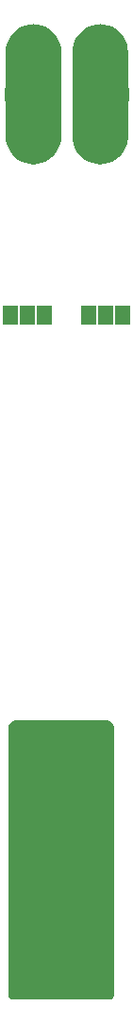
<source format=gbr>
G04 EAGLE Gerber RS-274X export*
G75*
%MOMM*%
%FSLAX34Y34*%
%LPD*%
%INSoldermask Top*%
%IPPOS*%
%AMOC8*
5,1,8,0,0,1.08239X$1,22.5*%
G01*
%ADD10R,1.371600X1.803400*%
%ADD11R,1.203200X1.203200*%

G36*
X107500Y2495D02*
X107500Y2495D01*
X107501Y2495D01*
X108613Y2620D01*
X108614Y2621D01*
X109671Y2990D01*
X109671Y2991D01*
X109672Y2991D01*
X110620Y3587D01*
X110621Y3587D01*
X111413Y4379D01*
X111413Y4380D01*
X112009Y5328D01*
X112009Y5329D01*
X112010Y5329D01*
X112379Y6386D01*
X112380Y6387D01*
X112380Y6390D01*
X112380Y6395D01*
X112381Y6395D01*
X112380Y6395D01*
X112383Y6420D01*
X112384Y6425D01*
X112384Y6430D01*
X112385Y6435D01*
X112386Y6440D01*
X112386Y6445D01*
X112387Y6449D01*
X112387Y6450D01*
X112387Y6454D01*
X112387Y6455D01*
X112390Y6479D01*
X112391Y6484D01*
X112391Y6489D01*
X112392Y6494D01*
X112392Y6499D01*
X112393Y6504D01*
X112393Y6509D01*
X112394Y6514D01*
X112394Y6519D01*
X112395Y6519D01*
X112394Y6519D01*
X112397Y6539D01*
X112397Y6544D01*
X112398Y6549D01*
X112398Y6554D01*
X112399Y6559D01*
X112400Y6564D01*
X112400Y6569D01*
X112401Y6574D01*
X112401Y6579D01*
X112403Y6599D01*
X112404Y6604D01*
X112405Y6608D01*
X112405Y6609D01*
X112405Y6613D01*
X112405Y6614D01*
X112406Y6618D01*
X112406Y6623D01*
X112407Y6628D01*
X112407Y6633D01*
X112408Y6638D01*
X112410Y6658D01*
X112411Y6663D01*
X112411Y6668D01*
X112412Y6673D01*
X112412Y6678D01*
X112413Y6683D01*
X112414Y6688D01*
X112414Y6693D01*
X112415Y6698D01*
X112417Y6718D01*
X112417Y6723D01*
X112418Y6728D01*
X112419Y6733D01*
X112419Y6738D01*
X112420Y6743D01*
X112420Y6748D01*
X112421Y6753D01*
X112421Y6758D01*
X112424Y6777D01*
X112424Y6782D01*
X112425Y6787D01*
X112425Y6792D01*
X112426Y6797D01*
X112426Y6802D01*
X112427Y6807D01*
X112428Y6812D01*
X112428Y6817D01*
X112430Y6837D01*
X112431Y6842D01*
X112431Y6847D01*
X112432Y6852D01*
X112433Y6857D01*
X112433Y6862D01*
X112434Y6867D01*
X112434Y6872D01*
X112435Y6877D01*
X112437Y6897D01*
X112438Y6902D01*
X112438Y6907D01*
X112439Y6912D01*
X112439Y6917D01*
X112440Y6922D01*
X112440Y6926D01*
X112440Y6927D01*
X112441Y6931D01*
X112441Y6932D01*
X112442Y6936D01*
X112444Y6956D01*
X112444Y6961D01*
X112445Y6966D01*
X112445Y6971D01*
X112446Y6976D01*
X112447Y6981D01*
X112447Y6986D01*
X112448Y6991D01*
X112448Y6996D01*
X112451Y7021D01*
X112452Y7026D01*
X112452Y7031D01*
X112453Y7036D01*
X112453Y7041D01*
X112454Y7046D01*
X112454Y7051D01*
X112455Y7056D01*
X112458Y7081D01*
X112458Y7085D01*
X112458Y7086D01*
X112459Y7090D01*
X112459Y7091D01*
X112459Y7095D01*
X112460Y7100D01*
X112461Y7105D01*
X112461Y7110D01*
X112462Y7115D01*
X112464Y7140D01*
X112465Y7145D01*
X112466Y7150D01*
X112466Y7155D01*
X112467Y7160D01*
X112467Y7165D01*
X112468Y7170D01*
X112468Y7175D01*
X112471Y7200D01*
X112472Y7205D01*
X112472Y7210D01*
X112473Y7215D01*
X112473Y7220D01*
X112474Y7225D01*
X112475Y7230D01*
X112475Y7235D01*
X112476Y7240D01*
X112478Y7259D01*
X112478Y7264D01*
X112479Y7269D01*
X112480Y7274D01*
X112480Y7279D01*
X112481Y7284D01*
X112481Y7289D01*
X112482Y7294D01*
X112482Y7299D01*
X112485Y7319D01*
X112485Y7324D01*
X112486Y7329D01*
X112486Y7334D01*
X112487Y7339D01*
X112487Y7344D01*
X112488Y7349D01*
X112489Y7354D01*
X112489Y7359D01*
X112491Y7379D01*
X112492Y7384D01*
X112492Y7389D01*
X112493Y7394D01*
X112494Y7399D01*
X112494Y7403D01*
X112494Y7404D01*
X112495Y7408D01*
X112495Y7409D01*
X112495Y7413D01*
X112496Y7418D01*
X112498Y7438D01*
X112499Y7443D01*
X112499Y7448D01*
X112500Y7453D01*
X112500Y7458D01*
X112501Y7463D01*
X112501Y7468D01*
X112502Y7473D01*
X112503Y7478D01*
X112505Y7498D01*
X112505Y7499D01*
X112505Y7500D01*
X112505Y245000D01*
X112505Y245001D01*
X112361Y246464D01*
X112360Y246464D01*
X112361Y246465D01*
X111934Y247872D01*
X111933Y247872D01*
X111934Y247872D01*
X111240Y249169D01*
X111240Y249170D01*
X110307Y250306D01*
X110307Y250307D01*
X110306Y250307D01*
X109170Y251240D01*
X109169Y251240D01*
X107872Y251934D01*
X107872Y251933D01*
X107872Y251934D01*
X106465Y252361D01*
X106464Y252360D01*
X106464Y252361D01*
X105001Y252505D01*
X105000Y252505D01*
X25000Y252505D01*
X23536Y252361D01*
X23536Y252360D01*
X23535Y252361D01*
X22128Y251934D01*
X22128Y251933D01*
X22128Y251934D01*
X20831Y251240D01*
X20830Y251240D01*
X19694Y250307D01*
X19693Y250307D01*
X19693Y250306D01*
X18760Y249170D01*
X18760Y249169D01*
X18067Y247872D01*
X18066Y247872D01*
X17639Y246465D01*
X17640Y246464D01*
X17639Y246464D01*
X17495Y245001D01*
X17495Y245000D01*
X17495Y7500D01*
X17495Y7499D01*
X17620Y6387D01*
X17621Y6386D01*
X17990Y5329D01*
X17991Y5329D01*
X17991Y5328D01*
X18587Y4380D01*
X18587Y4379D01*
X19379Y3587D01*
X19380Y3587D01*
X20328Y2991D01*
X20329Y2991D01*
X20329Y2990D01*
X21386Y2621D01*
X21387Y2620D01*
X22499Y2495D01*
X22500Y2495D01*
X107500Y2495D01*
X107500Y2495D01*
G37*
G36*
X103558Y750050D02*
X103558Y750050D01*
X103559Y750050D01*
X107044Y750808D01*
X107045Y750808D01*
X110387Y752055D01*
X110388Y752055D01*
X113518Y753764D01*
X113519Y753765D01*
X116375Y755902D01*
X116375Y755903D01*
X118897Y758425D01*
X118898Y758425D01*
X121035Y761281D01*
X121035Y761282D01*
X121036Y761282D01*
X122745Y764412D01*
X122745Y764413D01*
X123992Y767755D01*
X123992Y767756D01*
X124750Y771241D01*
X124750Y771242D01*
X124751Y771242D01*
X124753Y771274D01*
X124754Y771289D01*
X124756Y771314D01*
X124757Y771329D01*
X124760Y771369D01*
X124762Y771408D01*
X124765Y771448D01*
X124768Y771488D01*
X124771Y771528D01*
X124772Y771543D01*
X124775Y771582D01*
X124778Y771622D01*
X124781Y771662D01*
X124783Y771702D01*
X124786Y771741D01*
X124787Y771756D01*
X124790Y771796D01*
X124793Y771836D01*
X124796Y771875D01*
X124796Y771876D01*
X124799Y771915D01*
X124802Y771955D01*
X124803Y771970D01*
X124805Y772010D01*
X124808Y772049D01*
X124811Y772089D01*
X124814Y772129D01*
X124817Y772169D01*
X124818Y772184D01*
X124821Y772223D01*
X124824Y772263D01*
X124826Y772303D01*
X124829Y772343D01*
X124832Y772382D01*
X124833Y772397D01*
X124836Y772437D01*
X124839Y772477D01*
X124842Y772516D01*
X124842Y772517D01*
X124845Y772556D01*
X124847Y772596D01*
X124848Y772611D01*
X124851Y772651D01*
X124854Y772690D01*
X124857Y772730D01*
X124860Y772770D01*
X124863Y772810D01*
X124864Y772825D01*
X124867Y772864D01*
X124869Y772904D01*
X124872Y772944D01*
X124875Y772984D01*
X124878Y773023D01*
X124879Y773038D01*
X124882Y773078D01*
X124885Y773118D01*
X124888Y773157D01*
X124890Y773197D01*
X124893Y773237D01*
X124894Y773252D01*
X124897Y773292D01*
X124900Y773331D01*
X124903Y773371D01*
X124906Y773411D01*
X124908Y773451D01*
X124909Y773451D01*
X124908Y773451D01*
X124910Y773466D01*
X124912Y773505D01*
X124915Y773545D01*
X124918Y773585D01*
X124921Y773624D01*
X124921Y773625D01*
X124924Y773664D01*
X124925Y773679D01*
X124928Y773719D01*
X124931Y773759D01*
X124933Y773798D01*
X124936Y773838D01*
X124939Y773878D01*
X124940Y773893D01*
X124943Y773933D01*
X124946Y773972D01*
X124949Y774012D01*
X124951Y774052D01*
X124952Y774052D01*
X124951Y774052D01*
X124954Y774092D01*
X124955Y774106D01*
X124955Y774107D01*
X124958Y774146D01*
X124961Y774186D01*
X124964Y774226D01*
X124967Y774265D01*
X124967Y774266D01*
X124970Y774305D01*
X124971Y774320D01*
X124974Y774360D01*
X124976Y774400D01*
X124979Y774439D01*
X124982Y774479D01*
X124985Y774519D01*
X124986Y774534D01*
X124989Y774574D01*
X124992Y774613D01*
X124994Y774653D01*
X124995Y774653D01*
X124994Y774653D01*
X124997Y774693D01*
X125000Y774733D01*
X125001Y774747D01*
X125004Y774787D01*
X125005Y774800D01*
X125005Y850200D01*
X124751Y853758D01*
X124750Y853759D01*
X123992Y857244D01*
X123992Y857245D01*
X122745Y860587D01*
X122745Y860588D01*
X121036Y863718D01*
X121035Y863719D01*
X118898Y866575D01*
X118897Y866575D01*
X116375Y869097D01*
X116375Y869098D01*
X113519Y871235D01*
X113518Y871236D01*
X110388Y872945D01*
X110387Y872945D01*
X107045Y874192D01*
X107044Y874192D01*
X103559Y874950D01*
X103558Y874950D01*
X103558Y874951D01*
X103525Y874953D01*
X103456Y874958D01*
X103386Y874963D01*
X103317Y874968D01*
X103247Y874973D01*
X103178Y874978D01*
X103108Y874983D01*
X103039Y874988D01*
X102969Y874993D01*
X102900Y874998D01*
X102830Y875003D01*
X102761Y875008D01*
X102691Y875013D01*
X102622Y875017D01*
X102553Y875022D01*
X102552Y875022D01*
X102483Y875027D01*
X102414Y875032D01*
X102413Y875032D01*
X102344Y875037D01*
X102275Y875042D01*
X102205Y875047D01*
X102136Y875052D01*
X102066Y875057D01*
X101997Y875062D01*
X101927Y875067D01*
X101858Y875072D01*
X101788Y875077D01*
X101719Y875082D01*
X101649Y875087D01*
X101580Y875092D01*
X101510Y875097D01*
X101441Y875102D01*
X101372Y875107D01*
X101371Y875107D01*
X101302Y875112D01*
X101233Y875117D01*
X101232Y875117D01*
X101163Y875122D01*
X101094Y875127D01*
X101024Y875132D01*
X100955Y875137D01*
X100885Y875142D01*
X100816Y875147D01*
X100746Y875152D01*
X100677Y875157D01*
X100607Y875162D01*
X100538Y875167D01*
X100468Y875172D01*
X100399Y875176D01*
X100329Y875181D01*
X100260Y875186D01*
X100190Y875191D01*
X100121Y875196D01*
X100052Y875201D01*
X100051Y875201D01*
X100000Y875205D01*
X99949Y875201D01*
X99948Y875201D01*
X99879Y875196D01*
X99810Y875191D01*
X99740Y875186D01*
X99671Y875181D01*
X99601Y875176D01*
X99532Y875172D01*
X99462Y875167D01*
X99393Y875162D01*
X99323Y875157D01*
X99254Y875152D01*
X99184Y875147D01*
X99115Y875142D01*
X99045Y875137D01*
X98976Y875132D01*
X98906Y875127D01*
X98837Y875122D01*
X98768Y875117D01*
X98767Y875117D01*
X98698Y875112D01*
X98629Y875107D01*
X98628Y875107D01*
X98559Y875102D01*
X98490Y875097D01*
X98420Y875092D01*
X98351Y875087D01*
X98281Y875082D01*
X98212Y875077D01*
X98142Y875072D01*
X98073Y875067D01*
X98003Y875062D01*
X97934Y875057D01*
X97864Y875052D01*
X97795Y875047D01*
X97725Y875042D01*
X97656Y875037D01*
X97587Y875032D01*
X97586Y875032D01*
X97517Y875027D01*
X97448Y875022D01*
X97447Y875022D01*
X97378Y875017D01*
X97309Y875013D01*
X97239Y875008D01*
X97170Y875003D01*
X97100Y874998D01*
X97031Y874993D01*
X96961Y874988D01*
X96892Y874983D01*
X96822Y874978D01*
X96753Y874973D01*
X96683Y874968D01*
X96614Y874963D01*
X96544Y874958D01*
X96475Y874953D01*
X96442Y874951D01*
X96441Y874950D01*
X92956Y874192D01*
X92955Y874192D01*
X89613Y872945D01*
X89612Y872945D01*
X86482Y871236D01*
X86481Y871235D01*
X83625Y869098D01*
X83625Y869097D01*
X81103Y866575D01*
X81102Y866575D01*
X78965Y863719D01*
X78964Y863718D01*
X77255Y860588D01*
X77255Y860587D01*
X76008Y857245D01*
X76008Y857244D01*
X75250Y853759D01*
X75250Y853758D01*
X75248Y853742D01*
X75246Y853702D01*
X75245Y853702D01*
X75246Y853702D01*
X75244Y853687D01*
X75243Y853662D01*
X75242Y853647D01*
X75239Y853608D01*
X75236Y853568D01*
X75233Y853528D01*
X75230Y853489D01*
X75230Y853488D01*
X75227Y853449D01*
X75226Y853434D01*
X75223Y853394D01*
X75221Y853354D01*
X75218Y853315D01*
X75215Y853275D01*
X75212Y853235D01*
X75211Y853220D01*
X75208Y853180D01*
X75205Y853141D01*
X75203Y853101D01*
X75202Y853101D01*
X75203Y853101D01*
X75200Y853061D01*
X75197Y853021D01*
X75196Y853007D01*
X75196Y853006D01*
X75193Y852967D01*
X75190Y852927D01*
X75187Y852887D01*
X75184Y852848D01*
X75184Y852847D01*
X75182Y852808D01*
X75180Y852793D01*
X75178Y852753D01*
X75175Y852713D01*
X75172Y852674D01*
X75169Y852634D01*
X75166Y852594D01*
X75165Y852579D01*
X75162Y852539D01*
X75160Y852500D01*
X75159Y852500D01*
X75160Y852500D01*
X75157Y852460D01*
X75154Y852420D01*
X75151Y852380D01*
X75150Y852366D01*
X75147Y852326D01*
X75144Y852286D01*
X75141Y852246D01*
X75139Y852207D01*
X75136Y852167D01*
X75135Y852152D01*
X75132Y852112D01*
X75129Y852072D01*
X75126Y852033D01*
X75123Y851993D01*
X75120Y851953D01*
X75119Y851938D01*
X75117Y851899D01*
X75116Y851898D01*
X75117Y851898D01*
X75114Y851859D01*
X75111Y851819D01*
X75108Y851779D01*
X75105Y851740D01*
X75105Y851739D01*
X75104Y851725D01*
X75101Y851685D01*
X75098Y851645D01*
X75096Y851605D01*
X75093Y851566D01*
X75090Y851526D01*
X75089Y851511D01*
X75086Y851471D01*
X75083Y851431D01*
X75080Y851392D01*
X75077Y851352D01*
X75075Y851312D01*
X75074Y851297D01*
X75073Y851297D01*
X75071Y851258D01*
X75071Y851257D01*
X75068Y851218D01*
X75065Y851178D01*
X75062Y851138D01*
X75059Y851099D01*
X75059Y851098D01*
X75058Y851084D01*
X75055Y851044D01*
X75053Y851004D01*
X75050Y850964D01*
X75047Y850925D01*
X75044Y850885D01*
X75043Y850870D01*
X75040Y850830D01*
X75037Y850790D01*
X75034Y850751D01*
X75032Y850711D01*
X75029Y850671D01*
X75028Y850656D01*
X75025Y850617D01*
X75022Y850577D01*
X75019Y850537D01*
X75016Y850497D01*
X75013Y850458D01*
X75012Y850443D01*
X75010Y850403D01*
X75007Y850363D01*
X75004Y850323D01*
X75001Y850284D01*
X74998Y850244D01*
X74997Y850229D01*
X74995Y850200D01*
X74995Y774800D01*
X75250Y771242D01*
X75250Y771241D01*
X76008Y767756D01*
X76008Y767755D01*
X77255Y764413D01*
X77255Y764412D01*
X78964Y761282D01*
X78965Y761281D01*
X81102Y758425D01*
X81103Y758425D01*
X83625Y755903D01*
X83625Y755902D01*
X86481Y753765D01*
X86482Y753765D01*
X86482Y753764D01*
X89612Y752055D01*
X89613Y752055D01*
X92955Y750808D01*
X92956Y750808D01*
X96441Y750050D01*
X96442Y750050D01*
X100000Y749795D01*
X103558Y750050D01*
G37*
G36*
X43558Y750050D02*
X43558Y750050D01*
X43559Y750050D01*
X47044Y750808D01*
X47045Y750808D01*
X50387Y752055D01*
X50388Y752055D01*
X53518Y753764D01*
X53519Y753765D01*
X56375Y755902D01*
X56375Y755903D01*
X58897Y758425D01*
X58898Y758425D01*
X61035Y761281D01*
X61035Y761282D01*
X61036Y761282D01*
X62745Y764412D01*
X62745Y764413D01*
X63992Y767755D01*
X63992Y767756D01*
X64750Y771241D01*
X64750Y771242D01*
X64751Y771242D01*
X64753Y771274D01*
X64754Y771289D01*
X64756Y771314D01*
X64757Y771329D01*
X64760Y771369D01*
X64762Y771408D01*
X64765Y771448D01*
X64768Y771488D01*
X64771Y771528D01*
X64772Y771543D01*
X64775Y771582D01*
X64778Y771622D01*
X64781Y771662D01*
X64783Y771702D01*
X64786Y771741D01*
X64787Y771756D01*
X64790Y771796D01*
X64793Y771836D01*
X64796Y771875D01*
X64796Y771876D01*
X64799Y771915D01*
X64802Y771955D01*
X64803Y771970D01*
X64805Y772010D01*
X64808Y772049D01*
X64811Y772089D01*
X64814Y772129D01*
X64817Y772169D01*
X64818Y772184D01*
X64821Y772223D01*
X64824Y772263D01*
X64826Y772303D01*
X64829Y772343D01*
X64832Y772382D01*
X64833Y772397D01*
X64836Y772437D01*
X64839Y772477D01*
X64842Y772516D01*
X64842Y772517D01*
X64845Y772556D01*
X64847Y772596D01*
X64848Y772611D01*
X64851Y772651D01*
X64854Y772690D01*
X64857Y772730D01*
X64860Y772770D01*
X64863Y772810D01*
X64864Y772825D01*
X64867Y772864D01*
X64869Y772904D01*
X64872Y772944D01*
X64875Y772984D01*
X64878Y773023D01*
X64879Y773038D01*
X64882Y773078D01*
X64885Y773118D01*
X64888Y773157D01*
X64890Y773197D01*
X64893Y773237D01*
X64894Y773252D01*
X64897Y773292D01*
X64900Y773331D01*
X64903Y773371D01*
X64906Y773411D01*
X64908Y773451D01*
X64909Y773451D01*
X64908Y773451D01*
X64910Y773466D01*
X64912Y773505D01*
X64915Y773545D01*
X64918Y773585D01*
X64921Y773624D01*
X64921Y773625D01*
X64924Y773664D01*
X64925Y773679D01*
X64928Y773719D01*
X64931Y773759D01*
X64933Y773798D01*
X64936Y773838D01*
X64939Y773878D01*
X64940Y773893D01*
X64943Y773933D01*
X64946Y773972D01*
X64949Y774012D01*
X64951Y774052D01*
X64952Y774052D01*
X64951Y774052D01*
X64954Y774092D01*
X64955Y774106D01*
X64955Y774107D01*
X64958Y774146D01*
X64961Y774186D01*
X64964Y774226D01*
X64967Y774265D01*
X64967Y774266D01*
X64970Y774305D01*
X64971Y774320D01*
X64974Y774360D01*
X64976Y774400D01*
X64979Y774439D01*
X64982Y774479D01*
X64985Y774519D01*
X64986Y774534D01*
X64989Y774574D01*
X64992Y774613D01*
X64994Y774653D01*
X64995Y774653D01*
X64994Y774653D01*
X64997Y774693D01*
X65000Y774733D01*
X65001Y774747D01*
X65004Y774787D01*
X65005Y774800D01*
X65005Y850200D01*
X64751Y853758D01*
X64750Y853759D01*
X63992Y857244D01*
X63992Y857245D01*
X62745Y860587D01*
X62745Y860588D01*
X61036Y863718D01*
X61035Y863719D01*
X58898Y866575D01*
X58897Y866575D01*
X56375Y869097D01*
X56375Y869098D01*
X53519Y871235D01*
X53518Y871236D01*
X50388Y872945D01*
X50387Y872945D01*
X47045Y874192D01*
X47044Y874192D01*
X43559Y874950D01*
X43558Y874950D01*
X43558Y874951D01*
X43525Y874953D01*
X43456Y874958D01*
X43386Y874963D01*
X43317Y874968D01*
X43247Y874973D01*
X43178Y874978D01*
X43108Y874983D01*
X43039Y874988D01*
X42969Y874993D01*
X42900Y874998D01*
X42830Y875003D01*
X42761Y875008D01*
X42691Y875013D01*
X42622Y875017D01*
X42553Y875022D01*
X42552Y875022D01*
X42483Y875027D01*
X42414Y875032D01*
X42413Y875032D01*
X42344Y875037D01*
X42275Y875042D01*
X42205Y875047D01*
X42136Y875052D01*
X42066Y875057D01*
X41997Y875062D01*
X41927Y875067D01*
X41858Y875072D01*
X41788Y875077D01*
X41719Y875082D01*
X41649Y875087D01*
X41580Y875092D01*
X41510Y875097D01*
X41441Y875102D01*
X41372Y875107D01*
X41371Y875107D01*
X41302Y875112D01*
X41233Y875117D01*
X41232Y875117D01*
X41163Y875122D01*
X41094Y875127D01*
X41024Y875132D01*
X40955Y875137D01*
X40885Y875142D01*
X40816Y875147D01*
X40746Y875152D01*
X40677Y875157D01*
X40607Y875162D01*
X40538Y875167D01*
X40468Y875172D01*
X40399Y875176D01*
X40329Y875181D01*
X40260Y875186D01*
X40190Y875191D01*
X40121Y875196D01*
X40052Y875201D01*
X40051Y875201D01*
X40000Y875205D01*
X39949Y875201D01*
X39948Y875201D01*
X39879Y875196D01*
X39810Y875191D01*
X39740Y875186D01*
X39671Y875181D01*
X39601Y875176D01*
X39532Y875172D01*
X39462Y875167D01*
X39393Y875162D01*
X39323Y875157D01*
X39254Y875152D01*
X39184Y875147D01*
X39115Y875142D01*
X39045Y875137D01*
X38976Y875132D01*
X38906Y875127D01*
X38837Y875122D01*
X38768Y875117D01*
X38767Y875117D01*
X38698Y875112D01*
X38629Y875107D01*
X38628Y875107D01*
X38559Y875102D01*
X38490Y875097D01*
X38420Y875092D01*
X38351Y875087D01*
X38281Y875082D01*
X38212Y875077D01*
X38142Y875072D01*
X38073Y875067D01*
X38003Y875062D01*
X37934Y875057D01*
X37864Y875052D01*
X37795Y875047D01*
X37725Y875042D01*
X37656Y875037D01*
X37587Y875032D01*
X37586Y875032D01*
X37517Y875027D01*
X37448Y875022D01*
X37447Y875022D01*
X37378Y875017D01*
X37309Y875013D01*
X37239Y875008D01*
X37170Y875003D01*
X37100Y874998D01*
X37031Y874993D01*
X36961Y874988D01*
X36892Y874983D01*
X36822Y874978D01*
X36753Y874973D01*
X36683Y874968D01*
X36614Y874963D01*
X36544Y874958D01*
X36475Y874953D01*
X36442Y874951D01*
X36441Y874950D01*
X32956Y874192D01*
X32955Y874192D01*
X29613Y872945D01*
X29612Y872945D01*
X26482Y871236D01*
X26481Y871235D01*
X23625Y869098D01*
X23625Y869097D01*
X21103Y866575D01*
X21102Y866575D01*
X18965Y863719D01*
X18964Y863718D01*
X17255Y860588D01*
X17255Y860587D01*
X16008Y857245D01*
X16008Y857244D01*
X15250Y853759D01*
X15250Y853758D01*
X15248Y853742D01*
X15246Y853702D01*
X15245Y853702D01*
X15246Y853702D01*
X15244Y853687D01*
X15243Y853662D01*
X15242Y853647D01*
X15239Y853608D01*
X15236Y853568D01*
X15233Y853528D01*
X15230Y853489D01*
X15230Y853488D01*
X15227Y853449D01*
X15226Y853434D01*
X15223Y853394D01*
X15221Y853354D01*
X15218Y853315D01*
X15215Y853275D01*
X15212Y853235D01*
X15211Y853220D01*
X15208Y853180D01*
X15205Y853141D01*
X15203Y853101D01*
X15202Y853101D01*
X15203Y853101D01*
X15200Y853061D01*
X15197Y853021D01*
X15196Y853007D01*
X15196Y853006D01*
X15193Y852967D01*
X15190Y852927D01*
X15187Y852887D01*
X15184Y852848D01*
X15184Y852847D01*
X15182Y852808D01*
X15180Y852793D01*
X15178Y852753D01*
X15175Y852713D01*
X15172Y852674D01*
X15169Y852634D01*
X15166Y852594D01*
X15165Y852579D01*
X15162Y852539D01*
X15160Y852500D01*
X15159Y852500D01*
X15160Y852500D01*
X15157Y852460D01*
X15154Y852420D01*
X15151Y852380D01*
X15150Y852366D01*
X15147Y852326D01*
X15144Y852286D01*
X15141Y852246D01*
X15139Y852207D01*
X15136Y852167D01*
X15135Y852152D01*
X15132Y852112D01*
X15129Y852072D01*
X15126Y852033D01*
X15123Y851993D01*
X15120Y851953D01*
X15119Y851938D01*
X15117Y851899D01*
X15116Y851898D01*
X15117Y851898D01*
X15114Y851859D01*
X15111Y851819D01*
X15108Y851779D01*
X15105Y851740D01*
X15105Y851739D01*
X15104Y851725D01*
X15101Y851685D01*
X15098Y851645D01*
X15096Y851605D01*
X15093Y851566D01*
X15090Y851526D01*
X15089Y851511D01*
X15086Y851471D01*
X15083Y851431D01*
X15080Y851392D01*
X15077Y851352D01*
X15075Y851312D01*
X15074Y851297D01*
X15073Y851297D01*
X15071Y851258D01*
X15071Y851257D01*
X15068Y851218D01*
X15065Y851178D01*
X15062Y851138D01*
X15059Y851099D01*
X15059Y851098D01*
X15058Y851084D01*
X15055Y851044D01*
X15053Y851004D01*
X15050Y850964D01*
X15047Y850925D01*
X15044Y850885D01*
X15043Y850870D01*
X15040Y850830D01*
X15037Y850790D01*
X15034Y850751D01*
X15032Y850711D01*
X15029Y850671D01*
X15028Y850656D01*
X15025Y850617D01*
X15022Y850577D01*
X15019Y850537D01*
X15016Y850497D01*
X15013Y850458D01*
X15012Y850443D01*
X15010Y850403D01*
X15007Y850363D01*
X15004Y850323D01*
X15001Y850284D01*
X14998Y850244D01*
X14997Y850229D01*
X14995Y850200D01*
X14995Y774800D01*
X15250Y771242D01*
X15250Y771241D01*
X16008Y767756D01*
X16008Y767755D01*
X17255Y764413D01*
X17255Y764412D01*
X18964Y761282D01*
X18965Y761281D01*
X21102Y758425D01*
X21103Y758425D01*
X23625Y755903D01*
X23625Y755902D01*
X26481Y753765D01*
X26482Y753765D01*
X26482Y753764D01*
X29612Y752055D01*
X29613Y752055D01*
X32955Y750808D01*
X32956Y750808D01*
X36441Y750050D01*
X36442Y750050D01*
X40000Y749795D01*
X43558Y750050D01*
G37*
D10*
X89760Y615000D03*
X105000Y615000D03*
X120240Y615000D03*
X19760Y615000D03*
X35000Y615000D03*
X50240Y615000D03*
D11*
X20000Y812500D03*
X120000Y812500D03*
M02*

</source>
